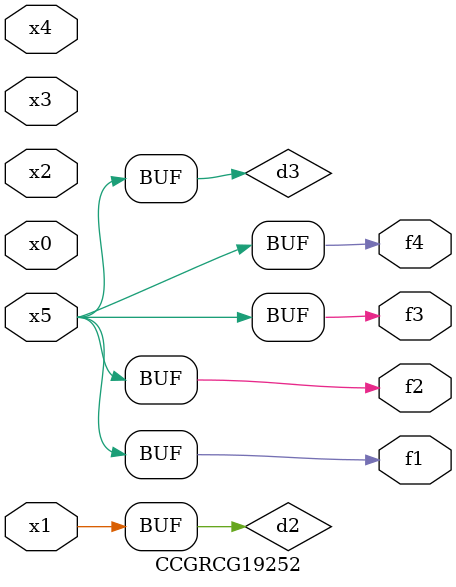
<source format=v>
module CCGRCG19252(
	input x0, x1, x2, x3, x4, x5,
	output f1, f2, f3, f4
);

	wire d1, d2, d3;

	not (d1, x5);
	or (d2, x1);
	xnor (d3, d1);
	assign f1 = d3;
	assign f2 = d3;
	assign f3 = d3;
	assign f4 = d3;
endmodule

</source>
